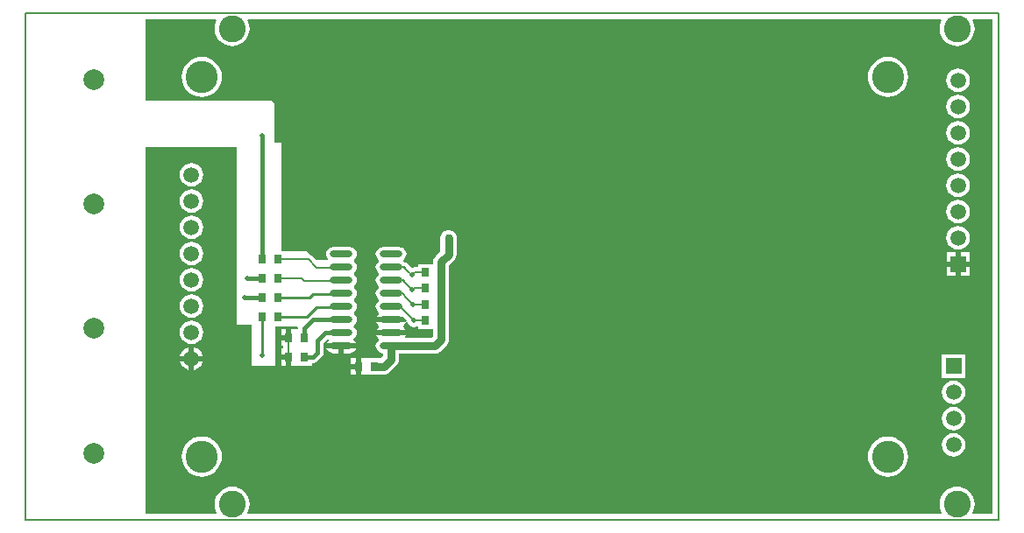
<source format=gbl>
%FSLAX25Y25*%
%MOIN*%
G70*
G01*
G75*
G04 Layer_Physical_Order=2*
G04 Layer_Color=16711680*
%ADD10C,0.27559*%
%ADD11C,0.00800*%
%ADD12C,0.03000*%
%ADD13C,0.01000*%
%ADD14C,0.01500*%
%ADD15C,0.00500*%
%ADD16C,0.10236*%
%ADD17C,0.05906*%
%ADD18C,0.12205*%
%ADD19R,0.05906X0.05906*%
%ADD20C,0.02000*%
%ADD21C,0.03000*%
%ADD22C,0.07874*%
%ADD23R,0.02756X0.03347*%
%ADD24O,0.08661X0.02362*%
G36*
X367716Y-190616D02*
X360393D01*
X360136Y-190187D01*
X360475Y-189553D01*
X360853Y-188305D01*
X360981Y-187008D01*
X360853Y-185711D01*
X360475Y-184463D01*
X359860Y-183313D01*
X359033Y-182306D01*
X358025Y-181479D01*
X356876Y-180864D01*
X355628Y-180485D01*
X354331Y-180358D01*
X353033Y-180485D01*
X351786Y-180864D01*
X350636Y-181479D01*
X349628Y-182306D01*
X348801Y-183313D01*
X348187Y-184463D01*
X347808Y-185711D01*
X347681Y-187008D01*
X347808Y-188305D01*
X348187Y-189553D01*
X348526Y-190187D01*
X348269Y-190616D01*
X84802D01*
X84545Y-190187D01*
X84884Y-189553D01*
X85263Y-188305D01*
X85390Y-187008D01*
X85263Y-185711D01*
X84884Y-184463D01*
X84269Y-183313D01*
X83442Y-182306D01*
X82435Y-181479D01*
X81285Y-180864D01*
X80037Y-180485D01*
X78740Y-180358D01*
X77443Y-180485D01*
X76195Y-180864D01*
X75046Y-181479D01*
X74038Y-182306D01*
X73211Y-183313D01*
X72596Y-184463D01*
X72218Y-185711D01*
X72090Y-187008D01*
X72218Y-188305D01*
X72596Y-189553D01*
X72935Y-190187D01*
X72678Y-190616D01*
X45800D01*
Y-51000D01*
X80500D01*
Y-118773D01*
X86000D01*
Y-118800D01*
X86000D01*
Y-134300D01*
X95100D01*
Y-119400D01*
X103556D01*
X103873Y-119787D01*
X103811Y-120095D01*
Y-120427D01*
X103431D01*
X103431Y-120427D01*
Y-120427D01*
X103228Y-120427D01*
X103153D01*
X103078D01*
X102874Y-120427D01*
X102874Y-120427D01*
Y-120427D01*
X101200D01*
Y-123601D01*
X100201D01*
Y-124600D01*
X97322D01*
Y-126773D01*
X98263D01*
Y-127827D01*
X97322D01*
Y-130000D01*
X100201D01*
Y-130999D01*
X101200D01*
Y-134173D01*
X103078D01*
Y-134173D01*
X103228D01*
X103431Y-134173D01*
X103431Y-134173D01*
Y-134173D01*
X108984D01*
Y-133294D01*
X109500D01*
X110378Y-133119D01*
X111122Y-132622D01*
X112922Y-130822D01*
X112922Y-130822D01*
X112922Y-130822D01*
X113419Y-130078D01*
X113594Y-129200D01*
Y-125750D01*
X115062Y-124283D01*
X115549Y-124396D01*
X115607Y-124568D01*
X115189Y-124888D01*
X114760Y-125448D01*
X114614Y-125800D01*
X125889D01*
X125743Y-125448D01*
X125313Y-124888D01*
X124753Y-124458D01*
Y-124142D01*
X125313Y-123712D01*
X125743Y-123152D01*
X126013Y-122500D01*
X126105Y-121800D01*
X126013Y-121100D01*
X125743Y-120448D01*
X125313Y-119888D01*
X124753Y-119458D01*
X124765Y-119400D01*
X125010D01*
Y-118945D01*
X125313Y-118712D01*
X125743Y-118152D01*
X126013Y-117500D01*
X126105Y-116800D01*
X126013Y-116100D01*
X125743Y-115448D01*
X125313Y-114888D01*
X125010Y-114655D01*
Y-114000D01*
X125380Y-114000D01*
Y-114000D01*
X125400D01*
X125380Y-113997D01*
Y-113997D01*
X125010Y-113945D01*
X125313Y-113712D01*
X125743Y-113152D01*
X126013Y-112500D01*
X126105Y-111800D01*
X126013Y-111100D01*
X125743Y-110448D01*
X125313Y-109888D01*
X125010Y-109655D01*
Y-108945D01*
X125313Y-108712D01*
X125743Y-108152D01*
X126013Y-107500D01*
X126105Y-106800D01*
X126013Y-106100D01*
X125743Y-105448D01*
X125313Y-104888D01*
X125010Y-104655D01*
Y-103945D01*
X125313Y-103712D01*
X125743Y-103152D01*
X126013Y-102500D01*
X126105Y-101800D01*
X126013Y-101100D01*
X125743Y-100448D01*
X125313Y-99888D01*
X125010Y-99655D01*
Y-98945D01*
X125313Y-98712D01*
X125743Y-98152D01*
X126013Y-97500D01*
X126105Y-96800D01*
X126013Y-96100D01*
X125743Y-95448D01*
X125313Y-94888D01*
X125010Y-94655D01*
Y-94490D01*
Y-94100D01*
X125010Y-94100D01*
X125010D01*
X124968Y-93977D01*
X125313Y-93712D01*
X125743Y-93152D01*
X126013Y-92500D01*
X126105Y-91800D01*
X126013Y-91100D01*
X125743Y-90448D01*
X125313Y-89888D01*
X124753Y-89458D01*
X124101Y-89188D01*
X123401Y-89096D01*
X117102D01*
X116402Y-89188D01*
X115750Y-89458D01*
X115189Y-89888D01*
X114760Y-90448D01*
X114489Y-91100D01*
X114397Y-91800D01*
X114489Y-92500D01*
X114760Y-93152D01*
X115143Y-93652D01*
X114922Y-94100D01*
X110740D01*
X109070Y-92430D01*
X108682Y-92171D01*
X107050Y-90539D01*
X97400D01*
Y-49200D01*
X94900D01*
Y-34500D01*
X93500Y-33100D01*
X93300Y-33300D01*
X45800D01*
Y-2384D01*
X72632D01*
X72889Y-2813D01*
X72596Y-3361D01*
X72218Y-4608D01*
X72090Y-5906D01*
X72218Y-7203D01*
X72596Y-8450D01*
X73211Y-9600D01*
X74038Y-10608D01*
X75046Y-11435D01*
X76195Y-12049D01*
X77443Y-12428D01*
X78740Y-12556D01*
X80037Y-12428D01*
X81285Y-12049D01*
X82435Y-11435D01*
X83442Y-10608D01*
X84269Y-9600D01*
X84884Y-8450D01*
X85263Y-7203D01*
X85390Y-5906D01*
X85263Y-4608D01*
X84884Y-3361D01*
X84591Y-2813D01*
X84848Y-2384D01*
X348222D01*
X348479Y-2813D01*
X348187Y-3361D01*
X347808Y-4608D01*
X347681Y-5906D01*
X347808Y-7203D01*
X348187Y-8450D01*
X348801Y-9600D01*
X349628Y-10608D01*
X350636Y-11435D01*
X351786Y-12049D01*
X353033Y-12428D01*
X354331Y-12556D01*
X355628Y-12428D01*
X356876Y-12049D01*
X358025Y-11435D01*
X359033Y-10608D01*
X359860Y-9600D01*
X360475Y-8450D01*
X360853Y-7203D01*
X360981Y-5906D01*
X360853Y-4608D01*
X360475Y-3361D01*
X360182Y-2813D01*
X360439Y-2384D01*
X367716D01*
Y-190616D01*
D02*
G37*
%LPC*%
G36*
X64260Y-127241D02*
Y-130600D01*
X67619D01*
X67598Y-130438D01*
X67149Y-129354D01*
X66436Y-128424D01*
X65505Y-127710D01*
X64422Y-127262D01*
X64260Y-127241D01*
D02*
G37*
G36*
X119251Y-127800D02*
X114614D01*
X114760Y-128152D01*
X115189Y-128712D01*
X115750Y-129142D01*
X116402Y-129412D01*
X117102Y-129504D01*
X119251D01*
Y-127800D01*
D02*
G37*
G36*
X125794Y-131427D02*
X123916D01*
Y-133600D01*
X125794D01*
Y-131427D01*
D02*
G37*
G36*
X62260Y-127241D02*
X62098Y-127262D01*
X61014Y-127710D01*
X60084Y-128424D01*
X59370Y-129354D01*
X58922Y-130438D01*
X58900Y-130600D01*
X62260D01*
Y-127241D01*
D02*
G37*
G36*
X125889Y-127800D02*
X121251D01*
Y-129504D01*
X123401D01*
X124101Y-129412D01*
X124753Y-129142D01*
X125313Y-128712D01*
X125743Y-128152D01*
X125889Y-127800D01*
D02*
G37*
G36*
X144786Y-117800D02*
X133511D01*
X133657Y-118152D01*
X134087Y-118712D01*
X134527Y-119050D01*
Y-119550D01*
X134087Y-119888D01*
X133657Y-120448D01*
X133511Y-120800D01*
X144786D01*
X144640Y-120448D01*
X144211Y-119888D01*
X143651Y-119458D01*
Y-119142D01*
X144211Y-118712D01*
X144640Y-118152D01*
X144786Y-117800D01*
D02*
G37*
G36*
X63260Y-107109D02*
X62098Y-107262D01*
X61014Y-107711D01*
X60084Y-108424D01*
X59370Y-109354D01*
X58922Y-110438D01*
X58769Y-111600D01*
X58922Y-112762D01*
X59370Y-113846D01*
X60084Y-114776D01*
X61014Y-115489D01*
X62098Y-115938D01*
X63260Y-116091D01*
X64422Y-115938D01*
X65505Y-115489D01*
X66436Y-114776D01*
X67149Y-113846D01*
X67598Y-112762D01*
X67751Y-111600D01*
X67598Y-110438D01*
X67149Y-109354D01*
X66436Y-108424D01*
X65505Y-107711D01*
X64422Y-107262D01*
X63260Y-107109D01*
D02*
G37*
G36*
Y-117109D02*
X62098Y-117262D01*
X61014Y-117710D01*
X60084Y-118424D01*
X59370Y-119354D01*
X58922Y-120438D01*
X58769Y-121600D01*
X58922Y-122762D01*
X59370Y-123846D01*
X60084Y-124776D01*
X61014Y-125489D01*
X62098Y-125938D01*
X63260Y-126091D01*
X64422Y-125938D01*
X65505Y-125489D01*
X66436Y-124776D01*
X67149Y-123846D01*
X67598Y-122762D01*
X67751Y-121600D01*
X67598Y-120438D01*
X67149Y-119354D01*
X66436Y-118424D01*
X65505Y-117710D01*
X64422Y-117262D01*
X63260Y-117109D01*
D02*
G37*
G36*
X99200Y-120427D02*
X97322D01*
Y-122600D01*
X99200D01*
Y-120427D01*
D02*
G37*
G36*
Y-132000D02*
X97322D01*
Y-134173D01*
X99200D01*
Y-132000D01*
D02*
G37*
G36*
X353000Y-159909D02*
X351838Y-160062D01*
X350754Y-160511D01*
X349824Y-161224D01*
X349111Y-162154D01*
X348662Y-163238D01*
X348509Y-164400D01*
X348662Y-165562D01*
X349111Y-166646D01*
X349824Y-167576D01*
X350754Y-168289D01*
X351838Y-168738D01*
X353000Y-168891D01*
X354162Y-168738D01*
X355246Y-168289D01*
X356176Y-167576D01*
X356890Y-166646D01*
X357338Y-165562D01*
X357491Y-164400D01*
X357338Y-163238D01*
X356890Y-162154D01*
X356176Y-161224D01*
X355246Y-160511D01*
X354162Y-160062D01*
X353000Y-159909D01*
D02*
G37*
G36*
Y-149909D02*
X351838Y-150062D01*
X350754Y-150511D01*
X349824Y-151224D01*
X349111Y-152154D01*
X348662Y-153238D01*
X348509Y-154400D01*
X348662Y-155562D01*
X349111Y-156646D01*
X349824Y-157576D01*
X350754Y-158290D01*
X351838Y-158738D01*
X353000Y-158891D01*
X354162Y-158738D01*
X355246Y-158290D01*
X356176Y-157576D01*
X356890Y-156646D01*
X357338Y-155562D01*
X357491Y-154400D01*
X357338Y-153238D01*
X356890Y-152154D01*
X356176Y-151224D01*
X355246Y-150511D01*
X354162Y-150062D01*
X353000Y-149909D01*
D02*
G37*
G36*
X67197Y-161244D02*
X65707Y-161391D01*
X64274Y-161826D01*
X62953Y-162532D01*
X61795Y-163482D01*
X60845Y-164639D01*
X60139Y-165960D01*
X59705Y-167393D01*
X59558Y-168884D01*
X59705Y-170374D01*
X60139Y-171807D01*
X60845Y-173127D01*
X61795Y-174285D01*
X62953Y-175235D01*
X64274Y-175941D01*
X65707Y-176376D01*
X67197Y-176523D01*
X68687Y-176376D01*
X70120Y-175941D01*
X71441Y-175235D01*
X72599Y-174285D01*
X73549Y-173127D01*
X74255Y-171807D01*
X74689Y-170374D01*
X74836Y-168884D01*
X74689Y-167393D01*
X74255Y-165960D01*
X73549Y-164639D01*
X72599Y-163482D01*
X71441Y-162532D01*
X70120Y-161826D01*
X68687Y-161391D01*
X67197Y-161244D01*
D02*
G37*
G36*
X328063D02*
X326573Y-161391D01*
X325140Y-161826D01*
X323819Y-162532D01*
X322661Y-163482D01*
X321711Y-164639D01*
X321005Y-165960D01*
X320571Y-167393D01*
X320424Y-168884D01*
X320571Y-170374D01*
X321005Y-171807D01*
X321711Y-173127D01*
X322661Y-174285D01*
X323819Y-175235D01*
X325140Y-175941D01*
X326573Y-176376D01*
X328063Y-176523D01*
X329553Y-176376D01*
X330986Y-175941D01*
X332307Y-175235D01*
X333465Y-174285D01*
X334415Y-173127D01*
X335121Y-171807D01*
X335555Y-170374D01*
X335702Y-168884D01*
X335555Y-167393D01*
X335121Y-165960D01*
X334415Y-164639D01*
X333465Y-163482D01*
X332307Y-162532D01*
X330986Y-161826D01*
X329553Y-161391D01*
X328063Y-161244D01*
D02*
G37*
G36*
X353000Y-139909D02*
X351838Y-140062D01*
X350754Y-140510D01*
X349824Y-141224D01*
X349111Y-142154D01*
X348662Y-143238D01*
X348509Y-144400D01*
X348662Y-145562D01*
X349111Y-146646D01*
X349824Y-147576D01*
X350754Y-148290D01*
X351838Y-148738D01*
X353000Y-148891D01*
X354162Y-148738D01*
X355246Y-148290D01*
X356176Y-147576D01*
X356890Y-146646D01*
X357338Y-145562D01*
X357491Y-144400D01*
X357338Y-143238D01*
X356890Y-142154D01*
X356176Y-141224D01*
X355246Y-140510D01*
X354162Y-140062D01*
X353000Y-139909D01*
D02*
G37*
G36*
X62260Y-132600D02*
X58900D01*
X58922Y-132762D01*
X59370Y-133846D01*
X60084Y-134776D01*
X61014Y-135489D01*
X62098Y-135938D01*
X62260Y-135959D01*
Y-132600D01*
D02*
G37*
G36*
X67619D02*
X64260D01*
Y-135959D01*
X64422Y-135938D01*
X65505Y-135489D01*
X66436Y-134776D01*
X67149Y-133846D01*
X67598Y-132762D01*
X67619Y-132600D01*
D02*
G37*
G36*
X357453Y-129947D02*
X348547D01*
Y-138853D01*
X357453D01*
Y-129947D01*
D02*
G37*
G36*
X125794Y-135600D02*
X123916D01*
Y-137773D01*
X125794D01*
Y-135600D01*
D02*
G37*
G36*
X63260Y-57109D02*
X62098Y-57262D01*
X61014Y-57710D01*
X60084Y-58424D01*
X59370Y-59354D01*
X58922Y-60438D01*
X58769Y-61600D01*
X58922Y-62762D01*
X59370Y-63846D01*
X60084Y-64776D01*
X61014Y-65490D01*
X62098Y-65938D01*
X63260Y-66091D01*
X64422Y-65938D01*
X65505Y-65490D01*
X66436Y-64776D01*
X67149Y-63846D01*
X67598Y-62762D01*
X67751Y-61600D01*
X67598Y-60438D01*
X67149Y-59354D01*
X66436Y-58424D01*
X65505Y-57710D01*
X64422Y-57262D01*
X63260Y-57109D01*
D02*
G37*
G36*
X354800Y-51109D02*
X353638Y-51262D01*
X352554Y-51710D01*
X351624Y-52424D01*
X350910Y-53354D01*
X350462Y-54438D01*
X350309Y-55600D01*
X350462Y-56762D01*
X350910Y-57846D01*
X351624Y-58776D01*
X352554Y-59490D01*
X353638Y-59938D01*
X354800Y-60091D01*
X355962Y-59938D01*
X357046Y-59490D01*
X357976Y-58776D01*
X358689Y-57846D01*
X359138Y-56762D01*
X359291Y-55600D01*
X359138Y-54438D01*
X358689Y-53354D01*
X357976Y-52424D01*
X357046Y-51710D01*
X355962Y-51262D01*
X354800Y-51109D01*
D02*
G37*
G36*
X63260Y-67109D02*
X62098Y-67262D01*
X61014Y-67711D01*
X60084Y-68424D01*
X59370Y-69354D01*
X58922Y-70438D01*
X58769Y-71600D01*
X58922Y-72762D01*
X59370Y-73846D01*
X60084Y-74776D01*
X61014Y-75489D01*
X62098Y-75938D01*
X63260Y-76091D01*
X64422Y-75938D01*
X65505Y-75489D01*
X66436Y-74776D01*
X67149Y-73846D01*
X67598Y-72762D01*
X67751Y-71600D01*
X67598Y-70438D01*
X67149Y-69354D01*
X66436Y-68424D01*
X65505Y-67711D01*
X64422Y-67262D01*
X63260Y-67109D01*
D02*
G37*
G36*
X354800Y-61109D02*
X353638Y-61262D01*
X352554Y-61711D01*
X351624Y-62424D01*
X350910Y-63354D01*
X350462Y-64438D01*
X350309Y-65600D01*
X350462Y-66762D01*
X350910Y-67846D01*
X351624Y-68776D01*
X352554Y-69490D01*
X353638Y-69938D01*
X354800Y-70091D01*
X355962Y-69938D01*
X357046Y-69490D01*
X357976Y-68776D01*
X358689Y-67846D01*
X359138Y-66762D01*
X359291Y-65600D01*
X359138Y-64438D01*
X358689Y-63354D01*
X357976Y-62424D01*
X357046Y-61711D01*
X355962Y-61262D01*
X354800Y-61109D01*
D02*
G37*
G36*
Y-41109D02*
X353638Y-41262D01*
X352554Y-41710D01*
X351624Y-42424D01*
X350910Y-43354D01*
X350462Y-44438D01*
X350309Y-45600D01*
X350462Y-46762D01*
X350910Y-47846D01*
X351624Y-48776D01*
X352554Y-49490D01*
X353638Y-49938D01*
X354800Y-50091D01*
X355962Y-49938D01*
X357046Y-49490D01*
X357976Y-48776D01*
X358689Y-47846D01*
X359138Y-46762D01*
X359291Y-45600D01*
X359138Y-44438D01*
X358689Y-43354D01*
X357976Y-42424D01*
X357046Y-41710D01*
X355962Y-41262D01*
X354800Y-41109D01*
D02*
G37*
G36*
X328063Y-16677D02*
X326573Y-16824D01*
X325140Y-17259D01*
X323819Y-17965D01*
X322661Y-18915D01*
X321711Y-20073D01*
X321005Y-21393D01*
X320571Y-22826D01*
X320424Y-24317D01*
X320571Y-25807D01*
X321005Y-27240D01*
X321711Y-28561D01*
X322661Y-29718D01*
X323819Y-30668D01*
X325140Y-31374D01*
X326573Y-31809D01*
X328063Y-31956D01*
X329553Y-31809D01*
X330986Y-31374D01*
X332307Y-30668D01*
X333465Y-29718D01*
X334415Y-28561D01*
X335121Y-27240D01*
X335555Y-25807D01*
X335702Y-24317D01*
X335555Y-22826D01*
X335121Y-21393D01*
X334415Y-20073D01*
X333465Y-18915D01*
X332307Y-17965D01*
X330986Y-17259D01*
X329553Y-16824D01*
X328063Y-16677D01*
D02*
G37*
G36*
X354800Y-21109D02*
X353638Y-21262D01*
X352554Y-21711D01*
X351624Y-22424D01*
X350910Y-23354D01*
X350462Y-24438D01*
X350309Y-25600D01*
X350462Y-26762D01*
X350910Y-27846D01*
X351624Y-28776D01*
X352554Y-29489D01*
X353638Y-29938D01*
X354800Y-30091D01*
X355962Y-29938D01*
X357046Y-29489D01*
X357976Y-28776D01*
X358689Y-27846D01*
X359138Y-26762D01*
X359291Y-25600D01*
X359138Y-24438D01*
X358689Y-23354D01*
X357976Y-22424D01*
X357046Y-21711D01*
X355962Y-21262D01*
X354800Y-21109D01*
D02*
G37*
G36*
Y-31109D02*
X353638Y-31262D01*
X352554Y-31710D01*
X351624Y-32424D01*
X350910Y-33354D01*
X350462Y-34438D01*
X350309Y-35600D01*
X350462Y-36762D01*
X350910Y-37846D01*
X351624Y-38776D01*
X352554Y-39489D01*
X353638Y-39938D01*
X354800Y-40091D01*
X355962Y-39938D01*
X357046Y-39489D01*
X357976Y-38776D01*
X358689Y-37846D01*
X359138Y-36762D01*
X359291Y-35600D01*
X359138Y-34438D01*
X358689Y-33354D01*
X357976Y-32424D01*
X357046Y-31710D01*
X355962Y-31262D01*
X354800Y-31109D01*
D02*
G37*
G36*
X67197Y-16677D02*
X65707Y-16824D01*
X64274Y-17259D01*
X62953Y-17965D01*
X61795Y-18915D01*
X60845Y-20073D01*
X60139Y-21393D01*
X59705Y-22826D01*
X59558Y-24317D01*
X59705Y-25807D01*
X60139Y-27240D01*
X60845Y-28561D01*
X61795Y-29718D01*
X62953Y-30668D01*
X64274Y-31374D01*
X65707Y-31809D01*
X67197Y-31956D01*
X68687Y-31809D01*
X70120Y-31374D01*
X71441Y-30668D01*
X72599Y-29718D01*
X73549Y-28561D01*
X74255Y-27240D01*
X74689Y-25807D01*
X74836Y-24317D01*
X74689Y-22826D01*
X74255Y-21393D01*
X73549Y-20073D01*
X72599Y-18915D01*
X71441Y-17965D01*
X70120Y-17259D01*
X68687Y-16824D01*
X67197Y-16677D01*
D02*
G37*
G36*
X354800Y-71109D02*
X353638Y-71262D01*
X352554Y-71710D01*
X351624Y-72424D01*
X350910Y-73354D01*
X350462Y-74438D01*
X350309Y-75600D01*
X350462Y-76762D01*
X350910Y-77846D01*
X351624Y-78776D01*
X352554Y-79489D01*
X353638Y-79938D01*
X354800Y-80091D01*
X355962Y-79938D01*
X357046Y-79489D01*
X357976Y-78776D01*
X358689Y-77846D01*
X359138Y-76762D01*
X359291Y-75600D01*
X359138Y-74438D01*
X358689Y-73354D01*
X357976Y-72424D01*
X357046Y-71710D01*
X355962Y-71262D01*
X354800Y-71109D01*
D02*
G37*
G36*
X359253Y-96600D02*
X355800D01*
Y-100053D01*
X359253D01*
Y-96600D01*
D02*
G37*
G36*
X161000Y-82574D02*
X160217Y-82677D01*
X159701Y-82891D01*
X159487Y-82980D01*
X158860Y-83460D01*
X158379Y-84087D01*
X158291Y-84301D01*
X158077Y-84817D01*
X157974Y-85600D01*
Y-90747D01*
X156060Y-92660D01*
X155579Y-93287D01*
X155277Y-94017D01*
X155174Y-94800D01*
Y-95527D01*
X155173D01*
Y-95527D01*
X149417D01*
Y-96763D01*
X148200D01*
X147459Y-96910D01*
X147154Y-97114D01*
X146970Y-96930D01*
X145470Y-95430D01*
X144841Y-95010D01*
X144205Y-94884D01*
X143651Y-94458D01*
Y-94142D01*
X144211Y-93712D01*
X144640Y-93152D01*
X144911Y-92500D01*
X145003Y-91800D01*
X144911Y-91100D01*
X144640Y-90448D01*
X144211Y-89888D01*
X143650Y-89458D01*
X142998Y-89188D01*
X142298Y-89096D01*
X135999D01*
X135299Y-89188D01*
X134647Y-89458D01*
X134087Y-89888D01*
X133657Y-90448D01*
X133387Y-91100D01*
X133295Y-91800D01*
X133387Y-92500D01*
X133657Y-93152D01*
X134087Y-93712D01*
X134527Y-94050D01*
Y-94550D01*
X134087Y-94888D01*
X133657Y-95448D01*
X133387Y-96100D01*
X133295Y-96800D01*
X133387Y-97500D01*
X133657Y-98152D01*
X134087Y-98712D01*
X134527Y-99050D01*
Y-99550D01*
X134087Y-99888D01*
X133657Y-100448D01*
X133387Y-101100D01*
X133295Y-101800D01*
X133387Y-102500D01*
X133657Y-103152D01*
X134087Y-103712D01*
X134527Y-104050D01*
Y-104550D01*
X134087Y-104888D01*
X133657Y-105448D01*
X133387Y-106100D01*
X133295Y-106800D01*
X133387Y-107500D01*
X133657Y-108152D01*
X134087Y-108712D01*
X134527Y-109050D01*
Y-109550D01*
X134087Y-109888D01*
X133657Y-110448D01*
X133387Y-111100D01*
X133295Y-111800D01*
X133387Y-112500D01*
X133657Y-113152D01*
X134087Y-113712D01*
X134527Y-114050D01*
Y-114550D01*
X134087Y-114888D01*
X133657Y-115448D01*
X133511Y-115800D01*
X143860D01*
X144986Y-116926D01*
X144911Y-117500D01*
X144878Y-117578D01*
X145376Y-117627D01*
X145445Y-117975D01*
X145998Y-118802D01*
X146825Y-119355D01*
X147800Y-119549D01*
X148775Y-119355D01*
X148976Y-119221D01*
X149417Y-119457D01*
Y-120173D01*
X155173D01*
D01*
X155173D01*
X155174Y-120175D01*
Y-123047D01*
X154447Y-123774D01*
X144728D01*
X144507Y-123326D01*
X144640Y-123152D01*
X144786Y-122800D01*
X133511D01*
X133657Y-123152D01*
X134087Y-123712D01*
X134527Y-124050D01*
Y-124550D01*
X134087Y-124888D01*
X133657Y-125448D01*
X133387Y-126100D01*
X133295Y-126800D01*
X133387Y-127500D01*
X133657Y-128152D01*
X134087Y-128712D01*
X134647Y-129142D01*
X135299Y-129412D01*
X135999Y-129504D01*
X136123D01*
Y-130598D01*
X135294Y-131427D01*
X130026D01*
X130026Y-131427D01*
Y-131427D01*
X129822Y-131427D01*
X129747D01*
X129672D01*
X129469Y-131427D01*
X129469Y-131427D01*
Y-131427D01*
X127795D01*
Y-134601D01*
Y-137773D01*
X129672D01*
Y-137773D01*
X129822D01*
X130026Y-137773D01*
X130026Y-137773D01*
Y-137773D01*
X135578D01*
Y-137626D01*
X136400D01*
X137183Y-137523D01*
X137699Y-137309D01*
X137913Y-137221D01*
X138540Y-136740D01*
X141288Y-133991D01*
X141769Y-133364D01*
X141858Y-133150D01*
X142072Y-132634D01*
X142175Y-131851D01*
Y-129826D01*
X155700D01*
X156483Y-129723D01*
X156999Y-129509D01*
X157213Y-129420D01*
X157840Y-128940D01*
X160340Y-126440D01*
X160340Y-126440D01*
X160820Y-125813D01*
X161123Y-125083D01*
X161123Y-125083D01*
X161123Y-125083D01*
X161226Y-124300D01*
X161226Y-124300D01*
Y-117000D01*
Y-110900D01*
Y-104800D01*
Y-98700D01*
Y-96053D01*
X163140Y-94140D01*
X163140Y-94140D01*
X163348Y-93867D01*
X163620Y-93513D01*
X163834Y-92997D01*
X163923Y-92783D01*
X163935Y-92692D01*
X164026Y-92000D01*
X164026Y-92000D01*
Y-86817D01*
X164123Y-86583D01*
X164226Y-85800D01*
X164123Y-85017D01*
X163821Y-84287D01*
X163340Y-83660D01*
X163140Y-83460D01*
X162513Y-82980D01*
X162299Y-82891D01*
X161783Y-82677D01*
X161000Y-82574D01*
D02*
G37*
G36*
X63260Y-97109D02*
X62098Y-97262D01*
X61014Y-97711D01*
X60084Y-98424D01*
X59370Y-99354D01*
X58922Y-100438D01*
X58769Y-101600D01*
X58922Y-102762D01*
X59370Y-103846D01*
X60084Y-104776D01*
X61014Y-105490D01*
X62098Y-105938D01*
X63260Y-106091D01*
X64422Y-105938D01*
X65505Y-105490D01*
X66436Y-104776D01*
X67149Y-103846D01*
X67598Y-102762D01*
X67751Y-101600D01*
X67598Y-100438D01*
X67149Y-99354D01*
X66436Y-98424D01*
X65505Y-97711D01*
X64422Y-97262D01*
X63260Y-97109D01*
D02*
G37*
G36*
X353800Y-96600D02*
X350347D01*
Y-100053D01*
X353800D01*
Y-96600D01*
D02*
G37*
G36*
X63260Y-87109D02*
X62098Y-87262D01*
X61014Y-87710D01*
X60084Y-88424D01*
X59370Y-89354D01*
X58922Y-90438D01*
X58769Y-91600D01*
X58922Y-92762D01*
X59370Y-93846D01*
X60084Y-94776D01*
X61014Y-95490D01*
X62098Y-95938D01*
X63260Y-96091D01*
X64422Y-95938D01*
X65505Y-95490D01*
X66436Y-94776D01*
X67149Y-93846D01*
X67598Y-92762D01*
X67751Y-91600D01*
X67598Y-90438D01*
X67149Y-89354D01*
X66436Y-88424D01*
X65505Y-87710D01*
X64422Y-87262D01*
X63260Y-87109D01*
D02*
G37*
G36*
X354800Y-81109D02*
X353638Y-81262D01*
X352554Y-81710D01*
X351624Y-82424D01*
X350910Y-83354D01*
X350462Y-84438D01*
X350309Y-85600D01*
X350462Y-86762D01*
X350910Y-87846D01*
X351624Y-88776D01*
X352554Y-89490D01*
X353638Y-89938D01*
X354800Y-90091D01*
X355962Y-89938D01*
X357046Y-89490D01*
X357976Y-88776D01*
X358689Y-87846D01*
X359138Y-86762D01*
X359291Y-85600D01*
X359138Y-84438D01*
X358689Y-83354D01*
X357976Y-82424D01*
X357046Y-81710D01*
X355962Y-81262D01*
X354800Y-81109D01*
D02*
G37*
G36*
X63260Y-77109D02*
X62098Y-77262D01*
X61014Y-77710D01*
X60084Y-78424D01*
X59370Y-79354D01*
X58922Y-80438D01*
X58769Y-81600D01*
X58922Y-82762D01*
X59370Y-83846D01*
X60084Y-84776D01*
X61014Y-85489D01*
X62098Y-85938D01*
X63260Y-86091D01*
X64422Y-85938D01*
X65505Y-85489D01*
X66436Y-84776D01*
X67149Y-83846D01*
X67598Y-82762D01*
X67751Y-81600D01*
X67598Y-80438D01*
X67149Y-79354D01*
X66436Y-78424D01*
X65505Y-77710D01*
X64422Y-77262D01*
X63260Y-77109D01*
D02*
G37*
G36*
X353800Y-91147D02*
X350347D01*
Y-94600D01*
X353800D01*
Y-91147D01*
D02*
G37*
G36*
X359253D02*
X355800D01*
Y-94600D01*
X359253D01*
Y-91147D01*
D02*
G37*
%LPD*%
D11*
X137449Y-111900D02*
X140000D01*
X142600Y-111800D02*
X147800Y-117000D01*
X139149Y-111800D02*
X142600D01*
X137449Y-106900D02*
X140900D01*
X143700Y-107000D02*
X144958Y-108258D01*
X147600Y-110900D01*
X143500Y-106800D02*
X144958Y-108258D01*
X139149Y-106800D02*
X143500D01*
X137449Y-101900D02*
X141073D01*
X143873Y-102000D02*
X145137Y-103263D01*
X147287Y-105413D01*
X143673Y-101800D02*
X145137Y-103263D01*
X139149Y-101800D02*
X143673D01*
X137449Y-96900D02*
X141500D01*
X144300Y-97000D02*
X145600Y-98300D01*
X147100Y-99800D01*
X144100Y-96800D02*
X145600Y-98300D01*
X139149Y-96800D02*
X144100D01*
X100200Y-131000D02*
Y-123600D01*
X147800Y-117000D02*
X152295D01*
X147287Y-105413D02*
X147900Y-104800D01*
X147100Y-99800D02*
X148200Y-98700D01*
X147600Y-110900D02*
X152295D01*
X147900Y-104800D02*
X152295D01*
X148200Y-98700D02*
X152295D01*
X96005Y-101067D02*
X105267D01*
X106100Y-101900D01*
X118551D01*
X110800Y-96900D02*
X118551D01*
X107700Y-93800D02*
X110800Y-96900D01*
X96005Y-93800D02*
X107700D01*
D12*
X139149Y-126800D02*
X155700D01*
X158200Y-124300D01*
Y-117000D01*
X161000Y-92000D02*
Y-85600D01*
X158200Y-94800D02*
X161000Y-92000D01*
X158200Y-98700D02*
Y-94800D01*
Y-104800D02*
Y-98700D01*
Y-110900D02*
Y-104800D01*
Y-117000D02*
Y-110900D01*
X132700Y-134600D02*
X136400D01*
X139149Y-131851D01*
Y-126800D01*
X161000Y-85600D02*
X161200Y-85800D01*
D13*
X90100Y-130500D02*
Y-115600D01*
X96005D02*
X107200D01*
X110900Y-111900D01*
X118551D01*
X109500Y-106900D02*
X118551D01*
X108067Y-108333D02*
X109500Y-106900D01*
X96005Y-108333D02*
X108067D01*
D14*
X106105Y-131000D02*
X109500D01*
X111300Y-129200D01*
Y-124800D01*
X114300Y-121800D01*
X120251D01*
X106105Y-123600D02*
Y-120095D01*
X109400Y-116800D01*
X120251D01*
X84400Y-101000D02*
X84467Y-101067D01*
X90100D01*
X83500Y-108400D02*
X83567Y-108333D01*
X90100D01*
Y-93800D02*
X90200Y-93700D01*
Y-46600D01*
D15*
X0Y-192913D02*
X370200D01*
X0Y0D02*
X370200D01*
X0Y-192913D02*
Y0D01*
X370079Y-192913D02*
Y0D01*
D16*
X354331Y-5906D02*
D03*
Y-187008D02*
D03*
X78740D02*
D03*
Y-5906D02*
D03*
D17*
X63260Y-61600D02*
D03*
Y-71600D02*
D03*
Y-81600D02*
D03*
Y-91600D02*
D03*
Y-101600D02*
D03*
Y-111600D02*
D03*
Y-121600D02*
D03*
Y-131600D02*
D03*
X353000Y-164400D02*
D03*
Y-154400D02*
D03*
Y-144400D02*
D03*
X354800Y-85600D02*
D03*
Y-75600D02*
D03*
Y-65600D02*
D03*
Y-55600D02*
D03*
Y-45600D02*
D03*
Y-35600D02*
D03*
Y-25600D02*
D03*
D18*
X67197Y-24317D02*
D03*
X328063D02*
D03*
Y-168884D02*
D03*
X67197D02*
D03*
D19*
X353000Y-134400D02*
D03*
X354800Y-95600D02*
D03*
D20*
X147800Y-117000D02*
D03*
X147600Y-110900D02*
D03*
X147287Y-105413D02*
D03*
X147100Y-99800D02*
D03*
X90100Y-130500D02*
D03*
X83500Y-108400D02*
D03*
X84467Y-101067D02*
D03*
X90200Y-46600D02*
D03*
D21*
X161000Y-85600D02*
D03*
D22*
X26100Y-25200D02*
D03*
Y-72667D02*
D03*
Y-120133D02*
D03*
Y-167600D02*
D03*
D23*
X100200Y-123600D02*
D03*
X106105D02*
D03*
X132700Y-134600D02*
D03*
X126795D02*
D03*
X96005Y-115600D02*
D03*
X90100D02*
D03*
X158200Y-98700D02*
D03*
X152295D02*
D03*
X158200Y-104800D02*
D03*
X152295D02*
D03*
X158200Y-110900D02*
D03*
X152295D02*
D03*
X96005Y-108333D02*
D03*
X90100D02*
D03*
X96005Y-101067D02*
D03*
X90100D02*
D03*
X96005Y-93800D02*
D03*
X90100D02*
D03*
X100200Y-131000D02*
D03*
X106105D02*
D03*
X152295Y-117000D02*
D03*
X158200D02*
D03*
D24*
X139149Y-91800D02*
D03*
Y-96800D02*
D03*
Y-101800D02*
D03*
Y-106800D02*
D03*
Y-111800D02*
D03*
Y-116800D02*
D03*
Y-121800D02*
D03*
Y-126800D02*
D03*
X120251Y-91800D02*
D03*
Y-96800D02*
D03*
Y-101800D02*
D03*
Y-106800D02*
D03*
Y-111800D02*
D03*
Y-116800D02*
D03*
Y-121800D02*
D03*
Y-126800D02*
D03*
M02*

</source>
